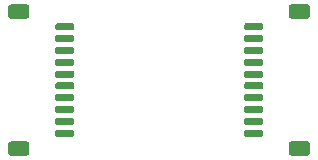
<source format=gbr>
G04 #@! TF.GenerationSoftware,KiCad,Pcbnew,5.1.5-52549c5~84~ubuntu18.04.1*
G04 #@! TF.CreationDate,2020-03-28T18:13:44-07:00*
G04 #@! TF.ProjectId,somos_wristband_2.0,736f6d6f-735f-4777-9269-737462616e64,rev?*
G04 #@! TF.SameCoordinates,Original*
G04 #@! TF.FileFunction,Paste,Bot*
G04 #@! TF.FilePolarity,Positive*
%FSLAX46Y46*%
G04 Gerber Fmt 4.6, Leading zero omitted, Abs format (unit mm)*
G04 Created by KiCad (PCBNEW 5.1.5-52549c5~84~ubuntu18.04.1) date 2020-03-28 18:13:44*
%MOMM*%
%LPD*%
G04 APERTURE LIST*
%ADD10C,0.100000*%
G04 APERTURE END LIST*
D10*
G36*
X138799505Y-102601204D02*
G01*
X138823773Y-102604804D01*
X138847572Y-102610765D01*
X138870671Y-102619030D01*
X138892850Y-102629520D01*
X138913893Y-102642132D01*
X138933599Y-102656747D01*
X138951777Y-102673223D01*
X138968253Y-102691401D01*
X138982868Y-102711107D01*
X138995480Y-102732150D01*
X139005970Y-102754329D01*
X139014235Y-102777428D01*
X139020196Y-102801227D01*
X139023796Y-102825495D01*
X139025000Y-102849999D01*
X139025000Y-103550001D01*
X139023796Y-103574505D01*
X139020196Y-103598773D01*
X139014235Y-103622572D01*
X139005970Y-103645671D01*
X138995480Y-103667850D01*
X138982868Y-103688893D01*
X138968253Y-103708599D01*
X138951777Y-103726777D01*
X138933599Y-103743253D01*
X138913893Y-103757868D01*
X138892850Y-103770480D01*
X138870671Y-103780970D01*
X138847572Y-103789235D01*
X138823773Y-103795196D01*
X138799505Y-103798796D01*
X138775001Y-103800000D01*
X137474999Y-103800000D01*
X137450495Y-103798796D01*
X137426227Y-103795196D01*
X137402428Y-103789235D01*
X137379329Y-103780970D01*
X137357150Y-103770480D01*
X137336107Y-103757868D01*
X137316401Y-103743253D01*
X137298223Y-103726777D01*
X137281747Y-103708599D01*
X137267132Y-103688893D01*
X137254520Y-103667850D01*
X137244030Y-103645671D01*
X137235765Y-103622572D01*
X137229804Y-103598773D01*
X137226204Y-103574505D01*
X137225000Y-103550001D01*
X137225000Y-102849999D01*
X137226204Y-102825495D01*
X137229804Y-102801227D01*
X137235765Y-102777428D01*
X137244030Y-102754329D01*
X137254520Y-102732150D01*
X137267132Y-102711107D01*
X137281747Y-102691401D01*
X137298223Y-102673223D01*
X137316401Y-102656747D01*
X137336107Y-102642132D01*
X137357150Y-102629520D01*
X137379329Y-102619030D01*
X137402428Y-102610765D01*
X137426227Y-102604804D01*
X137450495Y-102601204D01*
X137474999Y-102600000D01*
X138775001Y-102600000D01*
X138799505Y-102601204D01*
G37*
G36*
X138799505Y-114201204D02*
G01*
X138823773Y-114204804D01*
X138847572Y-114210765D01*
X138870671Y-114219030D01*
X138892850Y-114229520D01*
X138913893Y-114242132D01*
X138933599Y-114256747D01*
X138951777Y-114273223D01*
X138968253Y-114291401D01*
X138982868Y-114311107D01*
X138995480Y-114332150D01*
X139005970Y-114354329D01*
X139014235Y-114377428D01*
X139020196Y-114401227D01*
X139023796Y-114425495D01*
X139025000Y-114449999D01*
X139025000Y-115150001D01*
X139023796Y-115174505D01*
X139020196Y-115198773D01*
X139014235Y-115222572D01*
X139005970Y-115245671D01*
X138995480Y-115267850D01*
X138982868Y-115288893D01*
X138968253Y-115308599D01*
X138951777Y-115326777D01*
X138933599Y-115343253D01*
X138913893Y-115357868D01*
X138892850Y-115370480D01*
X138870671Y-115380970D01*
X138847572Y-115389235D01*
X138823773Y-115395196D01*
X138799505Y-115398796D01*
X138775001Y-115400000D01*
X137474999Y-115400000D01*
X137450495Y-115398796D01*
X137426227Y-115395196D01*
X137402428Y-115389235D01*
X137379329Y-115380970D01*
X137357150Y-115370480D01*
X137336107Y-115357868D01*
X137316401Y-115343253D01*
X137298223Y-115326777D01*
X137281747Y-115308599D01*
X137267132Y-115288893D01*
X137254520Y-115267850D01*
X137244030Y-115245671D01*
X137235765Y-115222572D01*
X137229804Y-115198773D01*
X137226204Y-115174505D01*
X137225000Y-115150001D01*
X137225000Y-114449999D01*
X137226204Y-114425495D01*
X137229804Y-114401227D01*
X137235765Y-114377428D01*
X137244030Y-114354329D01*
X137254520Y-114332150D01*
X137267132Y-114311107D01*
X137281747Y-114291401D01*
X137298223Y-114273223D01*
X137316401Y-114256747D01*
X137336107Y-114242132D01*
X137357150Y-114229520D01*
X137379329Y-114219030D01*
X137402428Y-114210765D01*
X137426227Y-114204804D01*
X137450495Y-114201204D01*
X137474999Y-114200000D01*
X138775001Y-114200000D01*
X138799505Y-114201204D01*
G37*
G36*
X142639703Y-104200722D02*
G01*
X142654264Y-104202882D01*
X142668543Y-104206459D01*
X142682403Y-104211418D01*
X142695710Y-104217712D01*
X142708336Y-104225280D01*
X142720159Y-104234048D01*
X142731066Y-104243934D01*
X142740952Y-104254841D01*
X142749720Y-104266664D01*
X142757288Y-104279290D01*
X142763582Y-104292597D01*
X142768541Y-104306457D01*
X142772118Y-104320736D01*
X142774278Y-104335297D01*
X142775000Y-104350000D01*
X142775000Y-104650000D01*
X142774278Y-104664703D01*
X142772118Y-104679264D01*
X142768541Y-104693543D01*
X142763582Y-104707403D01*
X142757288Y-104720710D01*
X142749720Y-104733336D01*
X142740952Y-104745159D01*
X142731066Y-104756066D01*
X142720159Y-104765952D01*
X142708336Y-104774720D01*
X142695710Y-104782288D01*
X142682403Y-104788582D01*
X142668543Y-104793541D01*
X142654264Y-104797118D01*
X142639703Y-104799278D01*
X142625000Y-104800000D01*
X141375000Y-104800000D01*
X141360297Y-104799278D01*
X141345736Y-104797118D01*
X141331457Y-104793541D01*
X141317597Y-104788582D01*
X141304290Y-104782288D01*
X141291664Y-104774720D01*
X141279841Y-104765952D01*
X141268934Y-104756066D01*
X141259048Y-104745159D01*
X141250280Y-104733336D01*
X141242712Y-104720710D01*
X141236418Y-104707403D01*
X141231459Y-104693543D01*
X141227882Y-104679264D01*
X141225722Y-104664703D01*
X141225000Y-104650000D01*
X141225000Y-104350000D01*
X141225722Y-104335297D01*
X141227882Y-104320736D01*
X141231459Y-104306457D01*
X141236418Y-104292597D01*
X141242712Y-104279290D01*
X141250280Y-104266664D01*
X141259048Y-104254841D01*
X141268934Y-104243934D01*
X141279841Y-104234048D01*
X141291664Y-104225280D01*
X141304290Y-104217712D01*
X141317597Y-104211418D01*
X141331457Y-104206459D01*
X141345736Y-104202882D01*
X141360297Y-104200722D01*
X141375000Y-104200000D01*
X142625000Y-104200000D01*
X142639703Y-104200722D01*
G37*
G36*
X142639703Y-105200722D02*
G01*
X142654264Y-105202882D01*
X142668543Y-105206459D01*
X142682403Y-105211418D01*
X142695710Y-105217712D01*
X142708336Y-105225280D01*
X142720159Y-105234048D01*
X142731066Y-105243934D01*
X142740952Y-105254841D01*
X142749720Y-105266664D01*
X142757288Y-105279290D01*
X142763582Y-105292597D01*
X142768541Y-105306457D01*
X142772118Y-105320736D01*
X142774278Y-105335297D01*
X142775000Y-105350000D01*
X142775000Y-105650000D01*
X142774278Y-105664703D01*
X142772118Y-105679264D01*
X142768541Y-105693543D01*
X142763582Y-105707403D01*
X142757288Y-105720710D01*
X142749720Y-105733336D01*
X142740952Y-105745159D01*
X142731066Y-105756066D01*
X142720159Y-105765952D01*
X142708336Y-105774720D01*
X142695710Y-105782288D01*
X142682403Y-105788582D01*
X142668543Y-105793541D01*
X142654264Y-105797118D01*
X142639703Y-105799278D01*
X142625000Y-105800000D01*
X141375000Y-105800000D01*
X141360297Y-105799278D01*
X141345736Y-105797118D01*
X141331457Y-105793541D01*
X141317597Y-105788582D01*
X141304290Y-105782288D01*
X141291664Y-105774720D01*
X141279841Y-105765952D01*
X141268934Y-105756066D01*
X141259048Y-105745159D01*
X141250280Y-105733336D01*
X141242712Y-105720710D01*
X141236418Y-105707403D01*
X141231459Y-105693543D01*
X141227882Y-105679264D01*
X141225722Y-105664703D01*
X141225000Y-105650000D01*
X141225000Y-105350000D01*
X141225722Y-105335297D01*
X141227882Y-105320736D01*
X141231459Y-105306457D01*
X141236418Y-105292597D01*
X141242712Y-105279290D01*
X141250280Y-105266664D01*
X141259048Y-105254841D01*
X141268934Y-105243934D01*
X141279841Y-105234048D01*
X141291664Y-105225280D01*
X141304290Y-105217712D01*
X141317597Y-105211418D01*
X141331457Y-105206459D01*
X141345736Y-105202882D01*
X141360297Y-105200722D01*
X141375000Y-105200000D01*
X142625000Y-105200000D01*
X142639703Y-105200722D01*
G37*
G36*
X142639703Y-106200722D02*
G01*
X142654264Y-106202882D01*
X142668543Y-106206459D01*
X142682403Y-106211418D01*
X142695710Y-106217712D01*
X142708336Y-106225280D01*
X142720159Y-106234048D01*
X142731066Y-106243934D01*
X142740952Y-106254841D01*
X142749720Y-106266664D01*
X142757288Y-106279290D01*
X142763582Y-106292597D01*
X142768541Y-106306457D01*
X142772118Y-106320736D01*
X142774278Y-106335297D01*
X142775000Y-106350000D01*
X142775000Y-106650000D01*
X142774278Y-106664703D01*
X142772118Y-106679264D01*
X142768541Y-106693543D01*
X142763582Y-106707403D01*
X142757288Y-106720710D01*
X142749720Y-106733336D01*
X142740952Y-106745159D01*
X142731066Y-106756066D01*
X142720159Y-106765952D01*
X142708336Y-106774720D01*
X142695710Y-106782288D01*
X142682403Y-106788582D01*
X142668543Y-106793541D01*
X142654264Y-106797118D01*
X142639703Y-106799278D01*
X142625000Y-106800000D01*
X141375000Y-106800000D01*
X141360297Y-106799278D01*
X141345736Y-106797118D01*
X141331457Y-106793541D01*
X141317597Y-106788582D01*
X141304290Y-106782288D01*
X141291664Y-106774720D01*
X141279841Y-106765952D01*
X141268934Y-106756066D01*
X141259048Y-106745159D01*
X141250280Y-106733336D01*
X141242712Y-106720710D01*
X141236418Y-106707403D01*
X141231459Y-106693543D01*
X141227882Y-106679264D01*
X141225722Y-106664703D01*
X141225000Y-106650000D01*
X141225000Y-106350000D01*
X141225722Y-106335297D01*
X141227882Y-106320736D01*
X141231459Y-106306457D01*
X141236418Y-106292597D01*
X141242712Y-106279290D01*
X141250280Y-106266664D01*
X141259048Y-106254841D01*
X141268934Y-106243934D01*
X141279841Y-106234048D01*
X141291664Y-106225280D01*
X141304290Y-106217712D01*
X141317597Y-106211418D01*
X141331457Y-106206459D01*
X141345736Y-106202882D01*
X141360297Y-106200722D01*
X141375000Y-106200000D01*
X142625000Y-106200000D01*
X142639703Y-106200722D01*
G37*
G36*
X142639703Y-107200722D02*
G01*
X142654264Y-107202882D01*
X142668543Y-107206459D01*
X142682403Y-107211418D01*
X142695710Y-107217712D01*
X142708336Y-107225280D01*
X142720159Y-107234048D01*
X142731066Y-107243934D01*
X142740952Y-107254841D01*
X142749720Y-107266664D01*
X142757288Y-107279290D01*
X142763582Y-107292597D01*
X142768541Y-107306457D01*
X142772118Y-107320736D01*
X142774278Y-107335297D01*
X142775000Y-107350000D01*
X142775000Y-107650000D01*
X142774278Y-107664703D01*
X142772118Y-107679264D01*
X142768541Y-107693543D01*
X142763582Y-107707403D01*
X142757288Y-107720710D01*
X142749720Y-107733336D01*
X142740952Y-107745159D01*
X142731066Y-107756066D01*
X142720159Y-107765952D01*
X142708336Y-107774720D01*
X142695710Y-107782288D01*
X142682403Y-107788582D01*
X142668543Y-107793541D01*
X142654264Y-107797118D01*
X142639703Y-107799278D01*
X142625000Y-107800000D01*
X141375000Y-107800000D01*
X141360297Y-107799278D01*
X141345736Y-107797118D01*
X141331457Y-107793541D01*
X141317597Y-107788582D01*
X141304290Y-107782288D01*
X141291664Y-107774720D01*
X141279841Y-107765952D01*
X141268934Y-107756066D01*
X141259048Y-107745159D01*
X141250280Y-107733336D01*
X141242712Y-107720710D01*
X141236418Y-107707403D01*
X141231459Y-107693543D01*
X141227882Y-107679264D01*
X141225722Y-107664703D01*
X141225000Y-107650000D01*
X141225000Y-107350000D01*
X141225722Y-107335297D01*
X141227882Y-107320736D01*
X141231459Y-107306457D01*
X141236418Y-107292597D01*
X141242712Y-107279290D01*
X141250280Y-107266664D01*
X141259048Y-107254841D01*
X141268934Y-107243934D01*
X141279841Y-107234048D01*
X141291664Y-107225280D01*
X141304290Y-107217712D01*
X141317597Y-107211418D01*
X141331457Y-107206459D01*
X141345736Y-107202882D01*
X141360297Y-107200722D01*
X141375000Y-107200000D01*
X142625000Y-107200000D01*
X142639703Y-107200722D01*
G37*
G36*
X142639703Y-108200722D02*
G01*
X142654264Y-108202882D01*
X142668543Y-108206459D01*
X142682403Y-108211418D01*
X142695710Y-108217712D01*
X142708336Y-108225280D01*
X142720159Y-108234048D01*
X142731066Y-108243934D01*
X142740952Y-108254841D01*
X142749720Y-108266664D01*
X142757288Y-108279290D01*
X142763582Y-108292597D01*
X142768541Y-108306457D01*
X142772118Y-108320736D01*
X142774278Y-108335297D01*
X142775000Y-108350000D01*
X142775000Y-108650000D01*
X142774278Y-108664703D01*
X142772118Y-108679264D01*
X142768541Y-108693543D01*
X142763582Y-108707403D01*
X142757288Y-108720710D01*
X142749720Y-108733336D01*
X142740952Y-108745159D01*
X142731066Y-108756066D01*
X142720159Y-108765952D01*
X142708336Y-108774720D01*
X142695710Y-108782288D01*
X142682403Y-108788582D01*
X142668543Y-108793541D01*
X142654264Y-108797118D01*
X142639703Y-108799278D01*
X142625000Y-108800000D01*
X141375000Y-108800000D01*
X141360297Y-108799278D01*
X141345736Y-108797118D01*
X141331457Y-108793541D01*
X141317597Y-108788582D01*
X141304290Y-108782288D01*
X141291664Y-108774720D01*
X141279841Y-108765952D01*
X141268934Y-108756066D01*
X141259048Y-108745159D01*
X141250280Y-108733336D01*
X141242712Y-108720710D01*
X141236418Y-108707403D01*
X141231459Y-108693543D01*
X141227882Y-108679264D01*
X141225722Y-108664703D01*
X141225000Y-108650000D01*
X141225000Y-108350000D01*
X141225722Y-108335297D01*
X141227882Y-108320736D01*
X141231459Y-108306457D01*
X141236418Y-108292597D01*
X141242712Y-108279290D01*
X141250280Y-108266664D01*
X141259048Y-108254841D01*
X141268934Y-108243934D01*
X141279841Y-108234048D01*
X141291664Y-108225280D01*
X141304290Y-108217712D01*
X141317597Y-108211418D01*
X141331457Y-108206459D01*
X141345736Y-108202882D01*
X141360297Y-108200722D01*
X141375000Y-108200000D01*
X142625000Y-108200000D01*
X142639703Y-108200722D01*
G37*
G36*
X142639703Y-109200722D02*
G01*
X142654264Y-109202882D01*
X142668543Y-109206459D01*
X142682403Y-109211418D01*
X142695710Y-109217712D01*
X142708336Y-109225280D01*
X142720159Y-109234048D01*
X142731066Y-109243934D01*
X142740952Y-109254841D01*
X142749720Y-109266664D01*
X142757288Y-109279290D01*
X142763582Y-109292597D01*
X142768541Y-109306457D01*
X142772118Y-109320736D01*
X142774278Y-109335297D01*
X142775000Y-109350000D01*
X142775000Y-109650000D01*
X142774278Y-109664703D01*
X142772118Y-109679264D01*
X142768541Y-109693543D01*
X142763582Y-109707403D01*
X142757288Y-109720710D01*
X142749720Y-109733336D01*
X142740952Y-109745159D01*
X142731066Y-109756066D01*
X142720159Y-109765952D01*
X142708336Y-109774720D01*
X142695710Y-109782288D01*
X142682403Y-109788582D01*
X142668543Y-109793541D01*
X142654264Y-109797118D01*
X142639703Y-109799278D01*
X142625000Y-109800000D01*
X141375000Y-109800000D01*
X141360297Y-109799278D01*
X141345736Y-109797118D01*
X141331457Y-109793541D01*
X141317597Y-109788582D01*
X141304290Y-109782288D01*
X141291664Y-109774720D01*
X141279841Y-109765952D01*
X141268934Y-109756066D01*
X141259048Y-109745159D01*
X141250280Y-109733336D01*
X141242712Y-109720710D01*
X141236418Y-109707403D01*
X141231459Y-109693543D01*
X141227882Y-109679264D01*
X141225722Y-109664703D01*
X141225000Y-109650000D01*
X141225000Y-109350000D01*
X141225722Y-109335297D01*
X141227882Y-109320736D01*
X141231459Y-109306457D01*
X141236418Y-109292597D01*
X141242712Y-109279290D01*
X141250280Y-109266664D01*
X141259048Y-109254841D01*
X141268934Y-109243934D01*
X141279841Y-109234048D01*
X141291664Y-109225280D01*
X141304290Y-109217712D01*
X141317597Y-109211418D01*
X141331457Y-109206459D01*
X141345736Y-109202882D01*
X141360297Y-109200722D01*
X141375000Y-109200000D01*
X142625000Y-109200000D01*
X142639703Y-109200722D01*
G37*
G36*
X142639703Y-110200722D02*
G01*
X142654264Y-110202882D01*
X142668543Y-110206459D01*
X142682403Y-110211418D01*
X142695710Y-110217712D01*
X142708336Y-110225280D01*
X142720159Y-110234048D01*
X142731066Y-110243934D01*
X142740952Y-110254841D01*
X142749720Y-110266664D01*
X142757288Y-110279290D01*
X142763582Y-110292597D01*
X142768541Y-110306457D01*
X142772118Y-110320736D01*
X142774278Y-110335297D01*
X142775000Y-110350000D01*
X142775000Y-110650000D01*
X142774278Y-110664703D01*
X142772118Y-110679264D01*
X142768541Y-110693543D01*
X142763582Y-110707403D01*
X142757288Y-110720710D01*
X142749720Y-110733336D01*
X142740952Y-110745159D01*
X142731066Y-110756066D01*
X142720159Y-110765952D01*
X142708336Y-110774720D01*
X142695710Y-110782288D01*
X142682403Y-110788582D01*
X142668543Y-110793541D01*
X142654264Y-110797118D01*
X142639703Y-110799278D01*
X142625000Y-110800000D01*
X141375000Y-110800000D01*
X141360297Y-110799278D01*
X141345736Y-110797118D01*
X141331457Y-110793541D01*
X141317597Y-110788582D01*
X141304290Y-110782288D01*
X141291664Y-110774720D01*
X141279841Y-110765952D01*
X141268934Y-110756066D01*
X141259048Y-110745159D01*
X141250280Y-110733336D01*
X141242712Y-110720710D01*
X141236418Y-110707403D01*
X141231459Y-110693543D01*
X141227882Y-110679264D01*
X141225722Y-110664703D01*
X141225000Y-110650000D01*
X141225000Y-110350000D01*
X141225722Y-110335297D01*
X141227882Y-110320736D01*
X141231459Y-110306457D01*
X141236418Y-110292597D01*
X141242712Y-110279290D01*
X141250280Y-110266664D01*
X141259048Y-110254841D01*
X141268934Y-110243934D01*
X141279841Y-110234048D01*
X141291664Y-110225280D01*
X141304290Y-110217712D01*
X141317597Y-110211418D01*
X141331457Y-110206459D01*
X141345736Y-110202882D01*
X141360297Y-110200722D01*
X141375000Y-110200000D01*
X142625000Y-110200000D01*
X142639703Y-110200722D01*
G37*
G36*
X142639703Y-111200722D02*
G01*
X142654264Y-111202882D01*
X142668543Y-111206459D01*
X142682403Y-111211418D01*
X142695710Y-111217712D01*
X142708336Y-111225280D01*
X142720159Y-111234048D01*
X142731066Y-111243934D01*
X142740952Y-111254841D01*
X142749720Y-111266664D01*
X142757288Y-111279290D01*
X142763582Y-111292597D01*
X142768541Y-111306457D01*
X142772118Y-111320736D01*
X142774278Y-111335297D01*
X142775000Y-111350000D01*
X142775000Y-111650000D01*
X142774278Y-111664703D01*
X142772118Y-111679264D01*
X142768541Y-111693543D01*
X142763582Y-111707403D01*
X142757288Y-111720710D01*
X142749720Y-111733336D01*
X142740952Y-111745159D01*
X142731066Y-111756066D01*
X142720159Y-111765952D01*
X142708336Y-111774720D01*
X142695710Y-111782288D01*
X142682403Y-111788582D01*
X142668543Y-111793541D01*
X142654264Y-111797118D01*
X142639703Y-111799278D01*
X142625000Y-111800000D01*
X141375000Y-111800000D01*
X141360297Y-111799278D01*
X141345736Y-111797118D01*
X141331457Y-111793541D01*
X141317597Y-111788582D01*
X141304290Y-111782288D01*
X141291664Y-111774720D01*
X141279841Y-111765952D01*
X141268934Y-111756066D01*
X141259048Y-111745159D01*
X141250280Y-111733336D01*
X141242712Y-111720710D01*
X141236418Y-111707403D01*
X141231459Y-111693543D01*
X141227882Y-111679264D01*
X141225722Y-111664703D01*
X141225000Y-111650000D01*
X141225000Y-111350000D01*
X141225722Y-111335297D01*
X141227882Y-111320736D01*
X141231459Y-111306457D01*
X141236418Y-111292597D01*
X141242712Y-111279290D01*
X141250280Y-111266664D01*
X141259048Y-111254841D01*
X141268934Y-111243934D01*
X141279841Y-111234048D01*
X141291664Y-111225280D01*
X141304290Y-111217712D01*
X141317597Y-111211418D01*
X141331457Y-111206459D01*
X141345736Y-111202882D01*
X141360297Y-111200722D01*
X141375000Y-111200000D01*
X142625000Y-111200000D01*
X142639703Y-111200722D01*
G37*
G36*
X142639703Y-112200722D02*
G01*
X142654264Y-112202882D01*
X142668543Y-112206459D01*
X142682403Y-112211418D01*
X142695710Y-112217712D01*
X142708336Y-112225280D01*
X142720159Y-112234048D01*
X142731066Y-112243934D01*
X142740952Y-112254841D01*
X142749720Y-112266664D01*
X142757288Y-112279290D01*
X142763582Y-112292597D01*
X142768541Y-112306457D01*
X142772118Y-112320736D01*
X142774278Y-112335297D01*
X142775000Y-112350000D01*
X142775000Y-112650000D01*
X142774278Y-112664703D01*
X142772118Y-112679264D01*
X142768541Y-112693543D01*
X142763582Y-112707403D01*
X142757288Y-112720710D01*
X142749720Y-112733336D01*
X142740952Y-112745159D01*
X142731066Y-112756066D01*
X142720159Y-112765952D01*
X142708336Y-112774720D01*
X142695710Y-112782288D01*
X142682403Y-112788582D01*
X142668543Y-112793541D01*
X142654264Y-112797118D01*
X142639703Y-112799278D01*
X142625000Y-112800000D01*
X141375000Y-112800000D01*
X141360297Y-112799278D01*
X141345736Y-112797118D01*
X141331457Y-112793541D01*
X141317597Y-112788582D01*
X141304290Y-112782288D01*
X141291664Y-112774720D01*
X141279841Y-112765952D01*
X141268934Y-112756066D01*
X141259048Y-112745159D01*
X141250280Y-112733336D01*
X141242712Y-112720710D01*
X141236418Y-112707403D01*
X141231459Y-112693543D01*
X141227882Y-112679264D01*
X141225722Y-112664703D01*
X141225000Y-112650000D01*
X141225000Y-112350000D01*
X141225722Y-112335297D01*
X141227882Y-112320736D01*
X141231459Y-112306457D01*
X141236418Y-112292597D01*
X141242712Y-112279290D01*
X141250280Y-112266664D01*
X141259048Y-112254841D01*
X141268934Y-112243934D01*
X141279841Y-112234048D01*
X141291664Y-112225280D01*
X141304290Y-112217712D01*
X141317597Y-112211418D01*
X141331457Y-112206459D01*
X141345736Y-112202882D01*
X141360297Y-112200722D01*
X141375000Y-112200000D01*
X142625000Y-112200000D01*
X142639703Y-112200722D01*
G37*
G36*
X142639703Y-113200722D02*
G01*
X142654264Y-113202882D01*
X142668543Y-113206459D01*
X142682403Y-113211418D01*
X142695710Y-113217712D01*
X142708336Y-113225280D01*
X142720159Y-113234048D01*
X142731066Y-113243934D01*
X142740952Y-113254841D01*
X142749720Y-113266664D01*
X142757288Y-113279290D01*
X142763582Y-113292597D01*
X142768541Y-113306457D01*
X142772118Y-113320736D01*
X142774278Y-113335297D01*
X142775000Y-113350000D01*
X142775000Y-113650000D01*
X142774278Y-113664703D01*
X142772118Y-113679264D01*
X142768541Y-113693543D01*
X142763582Y-113707403D01*
X142757288Y-113720710D01*
X142749720Y-113733336D01*
X142740952Y-113745159D01*
X142731066Y-113756066D01*
X142720159Y-113765952D01*
X142708336Y-113774720D01*
X142695710Y-113782288D01*
X142682403Y-113788582D01*
X142668543Y-113793541D01*
X142654264Y-113797118D01*
X142639703Y-113799278D01*
X142625000Y-113800000D01*
X141375000Y-113800000D01*
X141360297Y-113799278D01*
X141345736Y-113797118D01*
X141331457Y-113793541D01*
X141317597Y-113788582D01*
X141304290Y-113782288D01*
X141291664Y-113774720D01*
X141279841Y-113765952D01*
X141268934Y-113756066D01*
X141259048Y-113745159D01*
X141250280Y-113733336D01*
X141242712Y-113720710D01*
X141236418Y-113707403D01*
X141231459Y-113693543D01*
X141227882Y-113679264D01*
X141225722Y-113664703D01*
X141225000Y-113650000D01*
X141225000Y-113350000D01*
X141225722Y-113335297D01*
X141227882Y-113320736D01*
X141231459Y-113306457D01*
X141236418Y-113292597D01*
X141242712Y-113279290D01*
X141250280Y-113266664D01*
X141259048Y-113254841D01*
X141268934Y-113243934D01*
X141279841Y-113234048D01*
X141291664Y-113225280D01*
X141304290Y-113217712D01*
X141317597Y-113211418D01*
X141331457Y-113206459D01*
X141345736Y-113202882D01*
X141360297Y-113200722D01*
X141375000Y-113200000D01*
X142625000Y-113200000D01*
X142639703Y-113200722D01*
G37*
G36*
X162549505Y-114201204D02*
G01*
X162573773Y-114204804D01*
X162597572Y-114210765D01*
X162620671Y-114219030D01*
X162642850Y-114229520D01*
X162663893Y-114242132D01*
X162683599Y-114256747D01*
X162701777Y-114273223D01*
X162718253Y-114291401D01*
X162732868Y-114311107D01*
X162745480Y-114332150D01*
X162755970Y-114354329D01*
X162764235Y-114377428D01*
X162770196Y-114401227D01*
X162773796Y-114425495D01*
X162775000Y-114449999D01*
X162775000Y-115150001D01*
X162773796Y-115174505D01*
X162770196Y-115198773D01*
X162764235Y-115222572D01*
X162755970Y-115245671D01*
X162745480Y-115267850D01*
X162732868Y-115288893D01*
X162718253Y-115308599D01*
X162701777Y-115326777D01*
X162683599Y-115343253D01*
X162663893Y-115357868D01*
X162642850Y-115370480D01*
X162620671Y-115380970D01*
X162597572Y-115389235D01*
X162573773Y-115395196D01*
X162549505Y-115398796D01*
X162525001Y-115400000D01*
X161224999Y-115400000D01*
X161200495Y-115398796D01*
X161176227Y-115395196D01*
X161152428Y-115389235D01*
X161129329Y-115380970D01*
X161107150Y-115370480D01*
X161086107Y-115357868D01*
X161066401Y-115343253D01*
X161048223Y-115326777D01*
X161031747Y-115308599D01*
X161017132Y-115288893D01*
X161004520Y-115267850D01*
X160994030Y-115245671D01*
X160985765Y-115222572D01*
X160979804Y-115198773D01*
X160976204Y-115174505D01*
X160975000Y-115150001D01*
X160975000Y-114449999D01*
X160976204Y-114425495D01*
X160979804Y-114401227D01*
X160985765Y-114377428D01*
X160994030Y-114354329D01*
X161004520Y-114332150D01*
X161017132Y-114311107D01*
X161031747Y-114291401D01*
X161048223Y-114273223D01*
X161066401Y-114256747D01*
X161086107Y-114242132D01*
X161107150Y-114229520D01*
X161129329Y-114219030D01*
X161152428Y-114210765D01*
X161176227Y-114204804D01*
X161200495Y-114201204D01*
X161224999Y-114200000D01*
X162525001Y-114200000D01*
X162549505Y-114201204D01*
G37*
G36*
X162549505Y-102601204D02*
G01*
X162573773Y-102604804D01*
X162597572Y-102610765D01*
X162620671Y-102619030D01*
X162642850Y-102629520D01*
X162663893Y-102642132D01*
X162683599Y-102656747D01*
X162701777Y-102673223D01*
X162718253Y-102691401D01*
X162732868Y-102711107D01*
X162745480Y-102732150D01*
X162755970Y-102754329D01*
X162764235Y-102777428D01*
X162770196Y-102801227D01*
X162773796Y-102825495D01*
X162775000Y-102849999D01*
X162775000Y-103550001D01*
X162773796Y-103574505D01*
X162770196Y-103598773D01*
X162764235Y-103622572D01*
X162755970Y-103645671D01*
X162745480Y-103667850D01*
X162732868Y-103688893D01*
X162718253Y-103708599D01*
X162701777Y-103726777D01*
X162683599Y-103743253D01*
X162663893Y-103757868D01*
X162642850Y-103770480D01*
X162620671Y-103780970D01*
X162597572Y-103789235D01*
X162573773Y-103795196D01*
X162549505Y-103798796D01*
X162525001Y-103800000D01*
X161224999Y-103800000D01*
X161200495Y-103798796D01*
X161176227Y-103795196D01*
X161152428Y-103789235D01*
X161129329Y-103780970D01*
X161107150Y-103770480D01*
X161086107Y-103757868D01*
X161066401Y-103743253D01*
X161048223Y-103726777D01*
X161031747Y-103708599D01*
X161017132Y-103688893D01*
X161004520Y-103667850D01*
X160994030Y-103645671D01*
X160985765Y-103622572D01*
X160979804Y-103598773D01*
X160976204Y-103574505D01*
X160975000Y-103550001D01*
X160975000Y-102849999D01*
X160976204Y-102825495D01*
X160979804Y-102801227D01*
X160985765Y-102777428D01*
X160994030Y-102754329D01*
X161004520Y-102732150D01*
X161017132Y-102711107D01*
X161031747Y-102691401D01*
X161048223Y-102673223D01*
X161066401Y-102656747D01*
X161086107Y-102642132D01*
X161107150Y-102629520D01*
X161129329Y-102619030D01*
X161152428Y-102610765D01*
X161176227Y-102604804D01*
X161200495Y-102601204D01*
X161224999Y-102600000D01*
X162525001Y-102600000D01*
X162549505Y-102601204D01*
G37*
G36*
X158639703Y-113200722D02*
G01*
X158654264Y-113202882D01*
X158668543Y-113206459D01*
X158682403Y-113211418D01*
X158695710Y-113217712D01*
X158708336Y-113225280D01*
X158720159Y-113234048D01*
X158731066Y-113243934D01*
X158740952Y-113254841D01*
X158749720Y-113266664D01*
X158757288Y-113279290D01*
X158763582Y-113292597D01*
X158768541Y-113306457D01*
X158772118Y-113320736D01*
X158774278Y-113335297D01*
X158775000Y-113350000D01*
X158775000Y-113650000D01*
X158774278Y-113664703D01*
X158772118Y-113679264D01*
X158768541Y-113693543D01*
X158763582Y-113707403D01*
X158757288Y-113720710D01*
X158749720Y-113733336D01*
X158740952Y-113745159D01*
X158731066Y-113756066D01*
X158720159Y-113765952D01*
X158708336Y-113774720D01*
X158695710Y-113782288D01*
X158682403Y-113788582D01*
X158668543Y-113793541D01*
X158654264Y-113797118D01*
X158639703Y-113799278D01*
X158625000Y-113800000D01*
X157375000Y-113800000D01*
X157360297Y-113799278D01*
X157345736Y-113797118D01*
X157331457Y-113793541D01*
X157317597Y-113788582D01*
X157304290Y-113782288D01*
X157291664Y-113774720D01*
X157279841Y-113765952D01*
X157268934Y-113756066D01*
X157259048Y-113745159D01*
X157250280Y-113733336D01*
X157242712Y-113720710D01*
X157236418Y-113707403D01*
X157231459Y-113693543D01*
X157227882Y-113679264D01*
X157225722Y-113664703D01*
X157225000Y-113650000D01*
X157225000Y-113350000D01*
X157225722Y-113335297D01*
X157227882Y-113320736D01*
X157231459Y-113306457D01*
X157236418Y-113292597D01*
X157242712Y-113279290D01*
X157250280Y-113266664D01*
X157259048Y-113254841D01*
X157268934Y-113243934D01*
X157279841Y-113234048D01*
X157291664Y-113225280D01*
X157304290Y-113217712D01*
X157317597Y-113211418D01*
X157331457Y-113206459D01*
X157345736Y-113202882D01*
X157360297Y-113200722D01*
X157375000Y-113200000D01*
X158625000Y-113200000D01*
X158639703Y-113200722D01*
G37*
G36*
X158639703Y-112200722D02*
G01*
X158654264Y-112202882D01*
X158668543Y-112206459D01*
X158682403Y-112211418D01*
X158695710Y-112217712D01*
X158708336Y-112225280D01*
X158720159Y-112234048D01*
X158731066Y-112243934D01*
X158740952Y-112254841D01*
X158749720Y-112266664D01*
X158757288Y-112279290D01*
X158763582Y-112292597D01*
X158768541Y-112306457D01*
X158772118Y-112320736D01*
X158774278Y-112335297D01*
X158775000Y-112350000D01*
X158775000Y-112650000D01*
X158774278Y-112664703D01*
X158772118Y-112679264D01*
X158768541Y-112693543D01*
X158763582Y-112707403D01*
X158757288Y-112720710D01*
X158749720Y-112733336D01*
X158740952Y-112745159D01*
X158731066Y-112756066D01*
X158720159Y-112765952D01*
X158708336Y-112774720D01*
X158695710Y-112782288D01*
X158682403Y-112788582D01*
X158668543Y-112793541D01*
X158654264Y-112797118D01*
X158639703Y-112799278D01*
X158625000Y-112800000D01*
X157375000Y-112800000D01*
X157360297Y-112799278D01*
X157345736Y-112797118D01*
X157331457Y-112793541D01*
X157317597Y-112788582D01*
X157304290Y-112782288D01*
X157291664Y-112774720D01*
X157279841Y-112765952D01*
X157268934Y-112756066D01*
X157259048Y-112745159D01*
X157250280Y-112733336D01*
X157242712Y-112720710D01*
X157236418Y-112707403D01*
X157231459Y-112693543D01*
X157227882Y-112679264D01*
X157225722Y-112664703D01*
X157225000Y-112650000D01*
X157225000Y-112350000D01*
X157225722Y-112335297D01*
X157227882Y-112320736D01*
X157231459Y-112306457D01*
X157236418Y-112292597D01*
X157242712Y-112279290D01*
X157250280Y-112266664D01*
X157259048Y-112254841D01*
X157268934Y-112243934D01*
X157279841Y-112234048D01*
X157291664Y-112225280D01*
X157304290Y-112217712D01*
X157317597Y-112211418D01*
X157331457Y-112206459D01*
X157345736Y-112202882D01*
X157360297Y-112200722D01*
X157375000Y-112200000D01*
X158625000Y-112200000D01*
X158639703Y-112200722D01*
G37*
G36*
X158639703Y-111200722D02*
G01*
X158654264Y-111202882D01*
X158668543Y-111206459D01*
X158682403Y-111211418D01*
X158695710Y-111217712D01*
X158708336Y-111225280D01*
X158720159Y-111234048D01*
X158731066Y-111243934D01*
X158740952Y-111254841D01*
X158749720Y-111266664D01*
X158757288Y-111279290D01*
X158763582Y-111292597D01*
X158768541Y-111306457D01*
X158772118Y-111320736D01*
X158774278Y-111335297D01*
X158775000Y-111350000D01*
X158775000Y-111650000D01*
X158774278Y-111664703D01*
X158772118Y-111679264D01*
X158768541Y-111693543D01*
X158763582Y-111707403D01*
X158757288Y-111720710D01*
X158749720Y-111733336D01*
X158740952Y-111745159D01*
X158731066Y-111756066D01*
X158720159Y-111765952D01*
X158708336Y-111774720D01*
X158695710Y-111782288D01*
X158682403Y-111788582D01*
X158668543Y-111793541D01*
X158654264Y-111797118D01*
X158639703Y-111799278D01*
X158625000Y-111800000D01*
X157375000Y-111800000D01*
X157360297Y-111799278D01*
X157345736Y-111797118D01*
X157331457Y-111793541D01*
X157317597Y-111788582D01*
X157304290Y-111782288D01*
X157291664Y-111774720D01*
X157279841Y-111765952D01*
X157268934Y-111756066D01*
X157259048Y-111745159D01*
X157250280Y-111733336D01*
X157242712Y-111720710D01*
X157236418Y-111707403D01*
X157231459Y-111693543D01*
X157227882Y-111679264D01*
X157225722Y-111664703D01*
X157225000Y-111650000D01*
X157225000Y-111350000D01*
X157225722Y-111335297D01*
X157227882Y-111320736D01*
X157231459Y-111306457D01*
X157236418Y-111292597D01*
X157242712Y-111279290D01*
X157250280Y-111266664D01*
X157259048Y-111254841D01*
X157268934Y-111243934D01*
X157279841Y-111234048D01*
X157291664Y-111225280D01*
X157304290Y-111217712D01*
X157317597Y-111211418D01*
X157331457Y-111206459D01*
X157345736Y-111202882D01*
X157360297Y-111200722D01*
X157375000Y-111200000D01*
X158625000Y-111200000D01*
X158639703Y-111200722D01*
G37*
G36*
X158639703Y-110200722D02*
G01*
X158654264Y-110202882D01*
X158668543Y-110206459D01*
X158682403Y-110211418D01*
X158695710Y-110217712D01*
X158708336Y-110225280D01*
X158720159Y-110234048D01*
X158731066Y-110243934D01*
X158740952Y-110254841D01*
X158749720Y-110266664D01*
X158757288Y-110279290D01*
X158763582Y-110292597D01*
X158768541Y-110306457D01*
X158772118Y-110320736D01*
X158774278Y-110335297D01*
X158775000Y-110350000D01*
X158775000Y-110650000D01*
X158774278Y-110664703D01*
X158772118Y-110679264D01*
X158768541Y-110693543D01*
X158763582Y-110707403D01*
X158757288Y-110720710D01*
X158749720Y-110733336D01*
X158740952Y-110745159D01*
X158731066Y-110756066D01*
X158720159Y-110765952D01*
X158708336Y-110774720D01*
X158695710Y-110782288D01*
X158682403Y-110788582D01*
X158668543Y-110793541D01*
X158654264Y-110797118D01*
X158639703Y-110799278D01*
X158625000Y-110800000D01*
X157375000Y-110800000D01*
X157360297Y-110799278D01*
X157345736Y-110797118D01*
X157331457Y-110793541D01*
X157317597Y-110788582D01*
X157304290Y-110782288D01*
X157291664Y-110774720D01*
X157279841Y-110765952D01*
X157268934Y-110756066D01*
X157259048Y-110745159D01*
X157250280Y-110733336D01*
X157242712Y-110720710D01*
X157236418Y-110707403D01*
X157231459Y-110693543D01*
X157227882Y-110679264D01*
X157225722Y-110664703D01*
X157225000Y-110650000D01*
X157225000Y-110350000D01*
X157225722Y-110335297D01*
X157227882Y-110320736D01*
X157231459Y-110306457D01*
X157236418Y-110292597D01*
X157242712Y-110279290D01*
X157250280Y-110266664D01*
X157259048Y-110254841D01*
X157268934Y-110243934D01*
X157279841Y-110234048D01*
X157291664Y-110225280D01*
X157304290Y-110217712D01*
X157317597Y-110211418D01*
X157331457Y-110206459D01*
X157345736Y-110202882D01*
X157360297Y-110200722D01*
X157375000Y-110200000D01*
X158625000Y-110200000D01*
X158639703Y-110200722D01*
G37*
G36*
X158639703Y-109200722D02*
G01*
X158654264Y-109202882D01*
X158668543Y-109206459D01*
X158682403Y-109211418D01*
X158695710Y-109217712D01*
X158708336Y-109225280D01*
X158720159Y-109234048D01*
X158731066Y-109243934D01*
X158740952Y-109254841D01*
X158749720Y-109266664D01*
X158757288Y-109279290D01*
X158763582Y-109292597D01*
X158768541Y-109306457D01*
X158772118Y-109320736D01*
X158774278Y-109335297D01*
X158775000Y-109350000D01*
X158775000Y-109650000D01*
X158774278Y-109664703D01*
X158772118Y-109679264D01*
X158768541Y-109693543D01*
X158763582Y-109707403D01*
X158757288Y-109720710D01*
X158749720Y-109733336D01*
X158740952Y-109745159D01*
X158731066Y-109756066D01*
X158720159Y-109765952D01*
X158708336Y-109774720D01*
X158695710Y-109782288D01*
X158682403Y-109788582D01*
X158668543Y-109793541D01*
X158654264Y-109797118D01*
X158639703Y-109799278D01*
X158625000Y-109800000D01*
X157375000Y-109800000D01*
X157360297Y-109799278D01*
X157345736Y-109797118D01*
X157331457Y-109793541D01*
X157317597Y-109788582D01*
X157304290Y-109782288D01*
X157291664Y-109774720D01*
X157279841Y-109765952D01*
X157268934Y-109756066D01*
X157259048Y-109745159D01*
X157250280Y-109733336D01*
X157242712Y-109720710D01*
X157236418Y-109707403D01*
X157231459Y-109693543D01*
X157227882Y-109679264D01*
X157225722Y-109664703D01*
X157225000Y-109650000D01*
X157225000Y-109350000D01*
X157225722Y-109335297D01*
X157227882Y-109320736D01*
X157231459Y-109306457D01*
X157236418Y-109292597D01*
X157242712Y-109279290D01*
X157250280Y-109266664D01*
X157259048Y-109254841D01*
X157268934Y-109243934D01*
X157279841Y-109234048D01*
X157291664Y-109225280D01*
X157304290Y-109217712D01*
X157317597Y-109211418D01*
X157331457Y-109206459D01*
X157345736Y-109202882D01*
X157360297Y-109200722D01*
X157375000Y-109200000D01*
X158625000Y-109200000D01*
X158639703Y-109200722D01*
G37*
G36*
X158639703Y-108200722D02*
G01*
X158654264Y-108202882D01*
X158668543Y-108206459D01*
X158682403Y-108211418D01*
X158695710Y-108217712D01*
X158708336Y-108225280D01*
X158720159Y-108234048D01*
X158731066Y-108243934D01*
X158740952Y-108254841D01*
X158749720Y-108266664D01*
X158757288Y-108279290D01*
X158763582Y-108292597D01*
X158768541Y-108306457D01*
X158772118Y-108320736D01*
X158774278Y-108335297D01*
X158775000Y-108350000D01*
X158775000Y-108650000D01*
X158774278Y-108664703D01*
X158772118Y-108679264D01*
X158768541Y-108693543D01*
X158763582Y-108707403D01*
X158757288Y-108720710D01*
X158749720Y-108733336D01*
X158740952Y-108745159D01*
X158731066Y-108756066D01*
X158720159Y-108765952D01*
X158708336Y-108774720D01*
X158695710Y-108782288D01*
X158682403Y-108788582D01*
X158668543Y-108793541D01*
X158654264Y-108797118D01*
X158639703Y-108799278D01*
X158625000Y-108800000D01*
X157375000Y-108800000D01*
X157360297Y-108799278D01*
X157345736Y-108797118D01*
X157331457Y-108793541D01*
X157317597Y-108788582D01*
X157304290Y-108782288D01*
X157291664Y-108774720D01*
X157279841Y-108765952D01*
X157268934Y-108756066D01*
X157259048Y-108745159D01*
X157250280Y-108733336D01*
X157242712Y-108720710D01*
X157236418Y-108707403D01*
X157231459Y-108693543D01*
X157227882Y-108679264D01*
X157225722Y-108664703D01*
X157225000Y-108650000D01*
X157225000Y-108350000D01*
X157225722Y-108335297D01*
X157227882Y-108320736D01*
X157231459Y-108306457D01*
X157236418Y-108292597D01*
X157242712Y-108279290D01*
X157250280Y-108266664D01*
X157259048Y-108254841D01*
X157268934Y-108243934D01*
X157279841Y-108234048D01*
X157291664Y-108225280D01*
X157304290Y-108217712D01*
X157317597Y-108211418D01*
X157331457Y-108206459D01*
X157345736Y-108202882D01*
X157360297Y-108200722D01*
X157375000Y-108200000D01*
X158625000Y-108200000D01*
X158639703Y-108200722D01*
G37*
G36*
X158639703Y-107200722D02*
G01*
X158654264Y-107202882D01*
X158668543Y-107206459D01*
X158682403Y-107211418D01*
X158695710Y-107217712D01*
X158708336Y-107225280D01*
X158720159Y-107234048D01*
X158731066Y-107243934D01*
X158740952Y-107254841D01*
X158749720Y-107266664D01*
X158757288Y-107279290D01*
X158763582Y-107292597D01*
X158768541Y-107306457D01*
X158772118Y-107320736D01*
X158774278Y-107335297D01*
X158775000Y-107350000D01*
X158775000Y-107650000D01*
X158774278Y-107664703D01*
X158772118Y-107679264D01*
X158768541Y-107693543D01*
X158763582Y-107707403D01*
X158757288Y-107720710D01*
X158749720Y-107733336D01*
X158740952Y-107745159D01*
X158731066Y-107756066D01*
X158720159Y-107765952D01*
X158708336Y-107774720D01*
X158695710Y-107782288D01*
X158682403Y-107788582D01*
X158668543Y-107793541D01*
X158654264Y-107797118D01*
X158639703Y-107799278D01*
X158625000Y-107800000D01*
X157375000Y-107800000D01*
X157360297Y-107799278D01*
X157345736Y-107797118D01*
X157331457Y-107793541D01*
X157317597Y-107788582D01*
X157304290Y-107782288D01*
X157291664Y-107774720D01*
X157279841Y-107765952D01*
X157268934Y-107756066D01*
X157259048Y-107745159D01*
X157250280Y-107733336D01*
X157242712Y-107720710D01*
X157236418Y-107707403D01*
X157231459Y-107693543D01*
X157227882Y-107679264D01*
X157225722Y-107664703D01*
X157225000Y-107650000D01*
X157225000Y-107350000D01*
X157225722Y-107335297D01*
X157227882Y-107320736D01*
X157231459Y-107306457D01*
X157236418Y-107292597D01*
X157242712Y-107279290D01*
X157250280Y-107266664D01*
X157259048Y-107254841D01*
X157268934Y-107243934D01*
X157279841Y-107234048D01*
X157291664Y-107225280D01*
X157304290Y-107217712D01*
X157317597Y-107211418D01*
X157331457Y-107206459D01*
X157345736Y-107202882D01*
X157360297Y-107200722D01*
X157375000Y-107200000D01*
X158625000Y-107200000D01*
X158639703Y-107200722D01*
G37*
G36*
X158639703Y-106200722D02*
G01*
X158654264Y-106202882D01*
X158668543Y-106206459D01*
X158682403Y-106211418D01*
X158695710Y-106217712D01*
X158708336Y-106225280D01*
X158720159Y-106234048D01*
X158731066Y-106243934D01*
X158740952Y-106254841D01*
X158749720Y-106266664D01*
X158757288Y-106279290D01*
X158763582Y-106292597D01*
X158768541Y-106306457D01*
X158772118Y-106320736D01*
X158774278Y-106335297D01*
X158775000Y-106350000D01*
X158775000Y-106650000D01*
X158774278Y-106664703D01*
X158772118Y-106679264D01*
X158768541Y-106693543D01*
X158763582Y-106707403D01*
X158757288Y-106720710D01*
X158749720Y-106733336D01*
X158740952Y-106745159D01*
X158731066Y-106756066D01*
X158720159Y-106765952D01*
X158708336Y-106774720D01*
X158695710Y-106782288D01*
X158682403Y-106788582D01*
X158668543Y-106793541D01*
X158654264Y-106797118D01*
X158639703Y-106799278D01*
X158625000Y-106800000D01*
X157375000Y-106800000D01*
X157360297Y-106799278D01*
X157345736Y-106797118D01*
X157331457Y-106793541D01*
X157317597Y-106788582D01*
X157304290Y-106782288D01*
X157291664Y-106774720D01*
X157279841Y-106765952D01*
X157268934Y-106756066D01*
X157259048Y-106745159D01*
X157250280Y-106733336D01*
X157242712Y-106720710D01*
X157236418Y-106707403D01*
X157231459Y-106693543D01*
X157227882Y-106679264D01*
X157225722Y-106664703D01*
X157225000Y-106650000D01*
X157225000Y-106350000D01*
X157225722Y-106335297D01*
X157227882Y-106320736D01*
X157231459Y-106306457D01*
X157236418Y-106292597D01*
X157242712Y-106279290D01*
X157250280Y-106266664D01*
X157259048Y-106254841D01*
X157268934Y-106243934D01*
X157279841Y-106234048D01*
X157291664Y-106225280D01*
X157304290Y-106217712D01*
X157317597Y-106211418D01*
X157331457Y-106206459D01*
X157345736Y-106202882D01*
X157360297Y-106200722D01*
X157375000Y-106200000D01*
X158625000Y-106200000D01*
X158639703Y-106200722D01*
G37*
G36*
X158639703Y-105200722D02*
G01*
X158654264Y-105202882D01*
X158668543Y-105206459D01*
X158682403Y-105211418D01*
X158695710Y-105217712D01*
X158708336Y-105225280D01*
X158720159Y-105234048D01*
X158731066Y-105243934D01*
X158740952Y-105254841D01*
X158749720Y-105266664D01*
X158757288Y-105279290D01*
X158763582Y-105292597D01*
X158768541Y-105306457D01*
X158772118Y-105320736D01*
X158774278Y-105335297D01*
X158775000Y-105350000D01*
X158775000Y-105650000D01*
X158774278Y-105664703D01*
X158772118Y-105679264D01*
X158768541Y-105693543D01*
X158763582Y-105707403D01*
X158757288Y-105720710D01*
X158749720Y-105733336D01*
X158740952Y-105745159D01*
X158731066Y-105756066D01*
X158720159Y-105765952D01*
X158708336Y-105774720D01*
X158695710Y-105782288D01*
X158682403Y-105788582D01*
X158668543Y-105793541D01*
X158654264Y-105797118D01*
X158639703Y-105799278D01*
X158625000Y-105800000D01*
X157375000Y-105800000D01*
X157360297Y-105799278D01*
X157345736Y-105797118D01*
X157331457Y-105793541D01*
X157317597Y-105788582D01*
X157304290Y-105782288D01*
X157291664Y-105774720D01*
X157279841Y-105765952D01*
X157268934Y-105756066D01*
X157259048Y-105745159D01*
X157250280Y-105733336D01*
X157242712Y-105720710D01*
X157236418Y-105707403D01*
X157231459Y-105693543D01*
X157227882Y-105679264D01*
X157225722Y-105664703D01*
X157225000Y-105650000D01*
X157225000Y-105350000D01*
X157225722Y-105335297D01*
X157227882Y-105320736D01*
X157231459Y-105306457D01*
X157236418Y-105292597D01*
X157242712Y-105279290D01*
X157250280Y-105266664D01*
X157259048Y-105254841D01*
X157268934Y-105243934D01*
X157279841Y-105234048D01*
X157291664Y-105225280D01*
X157304290Y-105217712D01*
X157317597Y-105211418D01*
X157331457Y-105206459D01*
X157345736Y-105202882D01*
X157360297Y-105200722D01*
X157375000Y-105200000D01*
X158625000Y-105200000D01*
X158639703Y-105200722D01*
G37*
G36*
X158639703Y-104200722D02*
G01*
X158654264Y-104202882D01*
X158668543Y-104206459D01*
X158682403Y-104211418D01*
X158695710Y-104217712D01*
X158708336Y-104225280D01*
X158720159Y-104234048D01*
X158731066Y-104243934D01*
X158740952Y-104254841D01*
X158749720Y-104266664D01*
X158757288Y-104279290D01*
X158763582Y-104292597D01*
X158768541Y-104306457D01*
X158772118Y-104320736D01*
X158774278Y-104335297D01*
X158775000Y-104350000D01*
X158775000Y-104650000D01*
X158774278Y-104664703D01*
X158772118Y-104679264D01*
X158768541Y-104693543D01*
X158763582Y-104707403D01*
X158757288Y-104720710D01*
X158749720Y-104733336D01*
X158740952Y-104745159D01*
X158731066Y-104756066D01*
X158720159Y-104765952D01*
X158708336Y-104774720D01*
X158695710Y-104782288D01*
X158682403Y-104788582D01*
X158668543Y-104793541D01*
X158654264Y-104797118D01*
X158639703Y-104799278D01*
X158625000Y-104800000D01*
X157375000Y-104800000D01*
X157360297Y-104799278D01*
X157345736Y-104797118D01*
X157331457Y-104793541D01*
X157317597Y-104788582D01*
X157304290Y-104782288D01*
X157291664Y-104774720D01*
X157279841Y-104765952D01*
X157268934Y-104756066D01*
X157259048Y-104745159D01*
X157250280Y-104733336D01*
X157242712Y-104720710D01*
X157236418Y-104707403D01*
X157231459Y-104693543D01*
X157227882Y-104679264D01*
X157225722Y-104664703D01*
X157225000Y-104650000D01*
X157225000Y-104350000D01*
X157225722Y-104335297D01*
X157227882Y-104320736D01*
X157231459Y-104306457D01*
X157236418Y-104292597D01*
X157242712Y-104279290D01*
X157250280Y-104266664D01*
X157259048Y-104254841D01*
X157268934Y-104243934D01*
X157279841Y-104234048D01*
X157291664Y-104225280D01*
X157304290Y-104217712D01*
X157317597Y-104211418D01*
X157331457Y-104206459D01*
X157345736Y-104202882D01*
X157360297Y-104200722D01*
X157375000Y-104200000D01*
X158625000Y-104200000D01*
X158639703Y-104200722D01*
G37*
M02*

</source>
